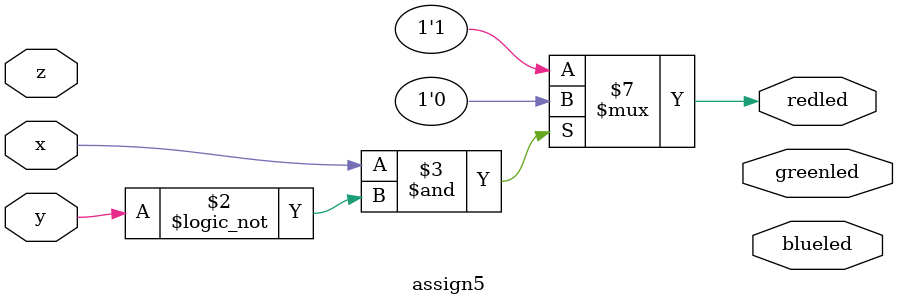
<source format=v>
module assign5(
input wire x,
input wire y,
input wire z,

output wire redled,
output wire greenled,
output wire blueled
);


reg f;
always @(*)
begin
f = !(x & (!y));
if(f == 1)
begin
redled = 1;
end
else
begin
redled = 0;
end
end
endmodule

</source>
